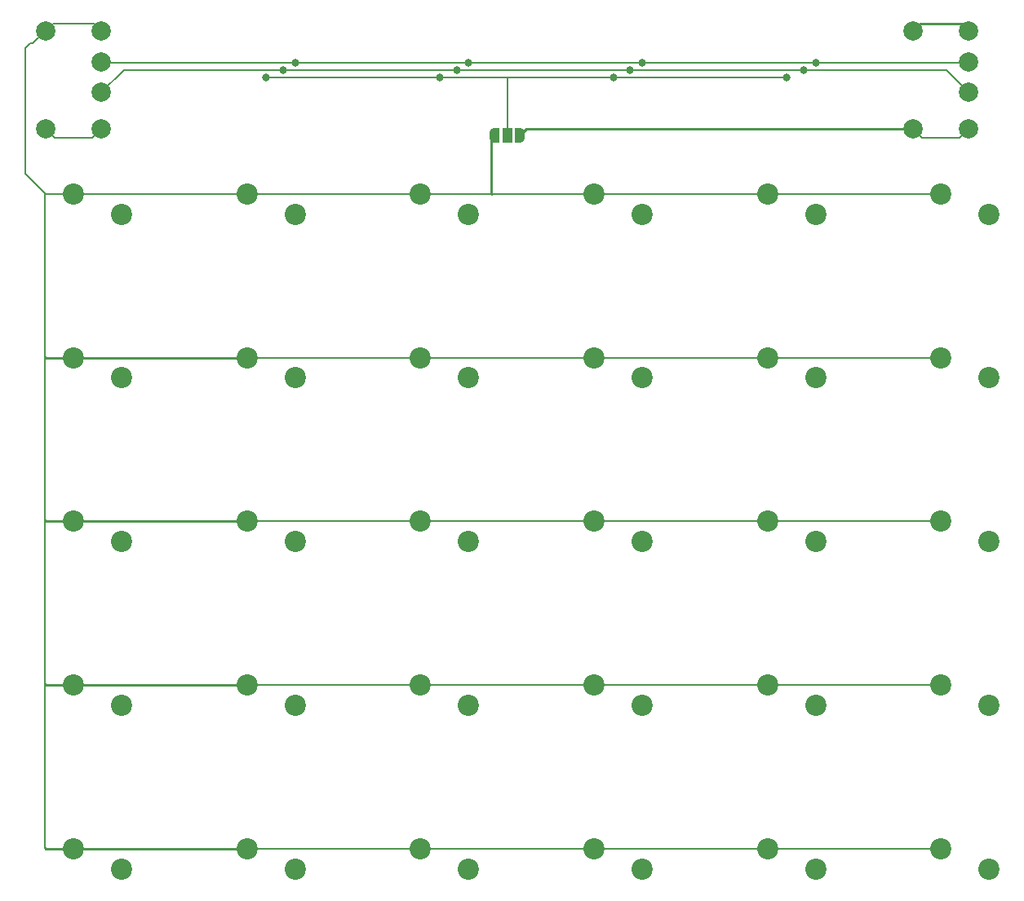
<source format=gbr>
%TF.GenerationSoftware,KiCad,Pcbnew,(6.0.4)*%
%TF.CreationDate,2022-04-25T23:47:20+01:00*%
%TF.ProjectId,pcb,7063622e-6b69-4636-9164-5f7063625858,1*%
%TF.SameCoordinates,Original*%
%TF.FileFunction,Copper,L2,Bot*%
%TF.FilePolarity,Positive*%
%FSLAX46Y46*%
G04 Gerber Fmt 4.6, Leading zero omitted, Abs format (unit mm)*
G04 Created by KiCad (PCBNEW (6.0.4)) date 2022-04-25 23:47:20*
%MOMM*%
%LPD*%
G01*
G04 APERTURE LIST*
G04 Aperture macros list*
%AMFreePoly0*
4,1,22,0.550000,-0.750000,0.000000,-0.750000,0.000000,-0.745033,-0.079941,-0.743568,-0.215256,-0.701293,-0.333266,-0.622738,-0.424486,-0.514219,-0.481581,-0.384460,-0.499164,-0.250000,-0.500000,-0.250000,-0.500000,0.250000,-0.499164,0.250000,-0.499963,0.256109,-0.478152,0.396186,-0.417904,0.524511,-0.324060,0.630769,-0.204165,0.706417,-0.067858,0.745374,0.000000,0.744959,0.000000,0.750000,
0.550000,0.750000,0.550000,-0.750000,0.550000,-0.750000,$1*%
%AMFreePoly1*
4,1,20,0.000000,0.744959,0.073905,0.744508,0.209726,0.703889,0.328688,0.626782,0.421226,0.519385,0.479903,0.390333,0.500000,0.250000,0.500000,-0.250000,0.499851,-0.262216,0.476331,-0.402017,0.414519,-0.529596,0.319384,-0.634700,0.198574,-0.708877,0.061801,-0.746166,0.000000,-0.745033,0.000000,-0.750000,-0.550000,-0.750000,-0.550000,0.750000,0.000000,0.750000,0.000000,0.744959,
0.000000,0.744959,$1*%
G04 Aperture macros list end*
%TA.AperFunction,ComponentPad*%
%ADD10C,2.200000*%
%TD*%
%TA.AperFunction,ComponentPad*%
%ADD11C,2.000000*%
%TD*%
%TA.AperFunction,SMDPad,CuDef*%
%ADD12FreePoly0,180.000000*%
%TD*%
%TA.AperFunction,SMDPad,CuDef*%
%ADD13R,1.000000X1.500000*%
%TD*%
%TA.AperFunction,SMDPad,CuDef*%
%ADD14FreePoly1,180.000000*%
%TD*%
%TA.AperFunction,ViaPad*%
%ADD15C,0.800000*%
%TD*%
%TA.AperFunction,Conductor*%
%ADD16C,0.250000*%
%TD*%
%TA.AperFunction,Conductor*%
%ADD17C,0.200000*%
%TD*%
G04 APERTURE END LIST*
D10*
%TO.P,B4,1,A*%
%TO.N,Earth*%
X36000000Y-164100000D03*
%TO.P,B4,2,B*%
%TO.N,Net-(B4-Pad2)*%
X41000000Y-166200000D03*
%TD*%
%TO.P,B0,1,A*%
%TO.N,Earth*%
X36000000Y-96100000D03*
%TO.P,B0,2,B*%
%TO.N,Net-(B0-Pad2)*%
X41000000Y-98200000D03*
%TD*%
%TO.P,B10,2,B*%
%TO.N,Net-(B10-Pad2)*%
X59000000Y-98200000D03*
%TO.P,B10,1,A*%
%TO.N,Earth*%
X54000000Y-96100000D03*
%TD*%
%TO.P,B16,2,B*%
%TO.N,Net-(B16-Pad2)*%
X77000000Y-98200000D03*
%TO.P,B16,1,A*%
%TO.N,Earth*%
X72000000Y-96100000D03*
%TD*%
D11*
%TO.P,U1,4,P4*%
%TO.N,+3V3*%
X33125000Y-89320000D03*
X38875000Y-89320000D03*
%TO.P,U1,3,P3*%
%TO.N,SDA*%
X38875000Y-85570000D03*
%TO.P,U1,2,P2*%
%TO.N,SCL*%
X38875000Y-82370000D03*
%TO.P,U1,1,P1*%
%TO.N,Earth*%
X38875000Y-79170000D03*
X33125000Y-79170000D03*
%TD*%
D10*
%TO.P,B26,1,A*%
%TO.N,Earth*%
X108000000Y-130100000D03*
%TO.P,B26,2,B*%
%TO.N,Net-(B26-Pad2)*%
X113000000Y-132200000D03*
%TD*%
D11*
%TO.P,U2,4,P4*%
%TO.N,+3V3*%
X128875000Y-89320000D03*
X123125000Y-89320000D03*
%TO.P,U2,3,P3*%
%TO.N,SDA*%
X128875000Y-85570000D03*
%TO.P,U2,2,P2*%
%TO.N,SCL*%
X128875000Y-82370000D03*
%TO.P,U2,1,P1*%
%TO.N,Earth*%
X128875000Y-79170000D03*
X123125000Y-79170000D03*
%TD*%
D10*
%TO.P,B6,1,A*%
%TO.N,Earth*%
X54000000Y-147100000D03*
%TO.P,B6,2,B*%
%TO.N,Net-(B6-Pad2)*%
X59000000Y-149200000D03*
%TD*%
%TO.P,B23,1,A*%
%TO.N,Earth*%
X108000000Y-164100000D03*
%TO.P,B23,2,B*%
%TO.N,Net-(B23-Pad2)*%
X113000000Y-166200000D03*
%TD*%
%TO.P,B25,2,B*%
%TO.N,Net-(B25-Pad2)*%
X95000000Y-98200000D03*
%TO.P,B25,1,A*%
%TO.N,Earth*%
X90000000Y-96100000D03*
%TD*%
%TO.P,B5,1,A*%
%TO.N,Earth*%
X54000000Y-164100000D03*
%TO.P,B5,2,B*%
%TO.N,Net-(B5-Pad2)*%
X59000000Y-166200000D03*
%TD*%
%TO.P,B32,1,A*%
%TO.N,Earth*%
X126000000Y-130100000D03*
%TO.P,B32,2,B*%
%TO.N,Net-(B32-Pad2)*%
X131000000Y-132200000D03*
%TD*%
%TO.P,B15,1,A*%
%TO.N,Earth*%
X72000000Y-113100000D03*
%TO.P,B15,2,B*%
%TO.N,Net-(B15-Pad2)*%
X77000000Y-115200000D03*
%TD*%
%TO.P,B13,1,A*%
%TO.N,Earth*%
X72000000Y-147100000D03*
%TO.P,B13,2,B*%
%TO.N,Net-(B13-Pad2)*%
X77000000Y-149200000D03*
%TD*%
%TO.P,B7,1,A*%
%TO.N,Earth*%
X54000000Y-130100000D03*
%TO.P,B7,2,B*%
%TO.N,Net-(B7-Pad2)*%
X59000000Y-132200000D03*
%TD*%
%TO.P,B20,1,A*%
%TO.N,Earth*%
X90000000Y-147100000D03*
%TO.P,B20,2,B*%
%TO.N,Net-(B20-Pad2)*%
X95000000Y-149200000D03*
%TD*%
%TO.P,B24,1,A*%
%TO.N,Earth*%
X108000000Y-147100000D03*
%TO.P,B24,2,B*%
%TO.N,Net-(B24-Pad2)*%
X113000000Y-149200000D03*
%TD*%
%TO.P,B27,1,A*%
%TO.N,Earth*%
X108000000Y-113100000D03*
%TO.P,B27,2,B*%
%TO.N,Net-(B27-Pad2)*%
X113000000Y-115200000D03*
%TD*%
%TO.P,B21,1,A*%
%TO.N,Earth*%
X90000000Y-130100000D03*
%TO.P,B21,2,B*%
%TO.N,Net-(B21-Pad2)*%
X95000000Y-132200000D03*
%TD*%
%TO.P,B22,1,A*%
%TO.N,Earth*%
X90000000Y-113100000D03*
%TO.P,B22,2,B*%
%TO.N,Net-(B22-Pad2)*%
X95000000Y-115200000D03*
%TD*%
%TO.P,B3,1,A*%
%TO.N,Earth*%
X36000000Y-147100000D03*
%TO.P,B3,2,B*%
%TO.N,Net-(B3-Pad2)*%
X41000000Y-149200000D03*
%TD*%
%TO.P,B2,1,A*%
%TO.N,Earth*%
X36000000Y-130100000D03*
%TO.P,B2,2,B*%
%TO.N,Net-(B2-Pad2)*%
X41000000Y-132200000D03*
%TD*%
%TO.P,B35,1,A*%
%TO.N,Earth*%
X126000000Y-96100000D03*
%TO.P,B35,2,B*%
%TO.N,Net-(B35-Pad2)*%
X131000000Y-98200000D03*
%TD*%
%TO.P,B12,1,A*%
%TO.N,Earth*%
X72000000Y-164100000D03*
%TO.P,B12,2,B*%
%TO.N,Net-(B12-Pad2)*%
X77000000Y-166200000D03*
%TD*%
%TO.P,B1,1,A*%
%TO.N,Earth*%
X36000000Y-113100000D03*
%TO.P,B1,2,B*%
%TO.N,Net-(B1-Pad2)*%
X41000000Y-115200000D03*
%TD*%
%TO.P,B17,1,A*%
%TO.N,Earth*%
X90000000Y-164100000D03*
%TO.P,B17,2,B*%
%TO.N,Net-(B17-Pad2)*%
X95000000Y-166200000D03*
%TD*%
%TO.P,B11,1,A*%
%TO.N,Earth*%
X54000000Y-113100000D03*
%TO.P,B11,2,B*%
%TO.N,Net-(B11-Pad2)*%
X59000000Y-115200000D03*
%TD*%
%TO.P,B31,1,A*%
%TO.N,Earth*%
X126000000Y-147100000D03*
%TO.P,B31,2,B*%
%TO.N,Net-(B31-Pad2)*%
X131000000Y-149200000D03*
%TD*%
%TO.P,B33,2,B*%
%TO.N,Net-(B33-Pad2)*%
X113000000Y-98200000D03*
%TO.P,B33,1,A*%
%TO.N,Earth*%
X108000000Y-96100000D03*
%TD*%
%TO.P,B14,1,A*%
%TO.N,Earth*%
X72000000Y-130100000D03*
%TO.P,B14,2,B*%
%TO.N,Net-(B14-Pad2)*%
X77000000Y-132200000D03*
%TD*%
%TO.P,B34,1,A*%
%TO.N,Earth*%
X126000000Y-113100000D03*
%TO.P,B34,2,B*%
%TO.N,Net-(B34-Pad2)*%
X131000000Y-115200000D03*
%TD*%
%TO.P,B30,1,A*%
%TO.N,Earth*%
X126000000Y-164100000D03*
%TO.P,B30,2,B*%
%TO.N,Net-(B30-Pad2)*%
X131000000Y-166200000D03*
%TD*%
D12*
%TO.P,Left/right selection,1,A*%
%TO.N,+3V3*%
X82300000Y-90000000D03*
D13*
%TO.P,Left/right selection,2,C*%
%TO.N,Net-(L0-Pad3)*%
X81000000Y-90000000D03*
D14*
%TO.P,Left/right selection,3,B*%
%TO.N,Earth*%
X79700000Y-90000000D03*
%TD*%
D15*
%TO.N,SCL*%
X59000000Y-82500000D03*
X95000000Y-82500000D03*
X77000000Y-82500000D03*
X113000000Y-82500000D03*
%TO.N,SDA*%
X75756725Y-83243275D03*
X93756725Y-83243275D03*
X57756725Y-83243275D03*
X111756725Y-83243275D03*
%TO.N,Net-(L0-Pad3)*%
X74000000Y-84000000D03*
X92000000Y-84000000D03*
X56000000Y-84000000D03*
X110000000Y-84000000D03*
%TD*%
D16*
%TO.N,Earth*%
X79377542Y-96069455D02*
X79408087Y-96100000D01*
X36000000Y-147100000D02*
X33100000Y-147100000D01*
D17*
X72000000Y-96100000D02*
X54000000Y-96100000D01*
X54000000Y-164100000D02*
X72000000Y-164100000D01*
D16*
X33100000Y-147100000D02*
X33000000Y-147000000D01*
X33100000Y-130100000D02*
X33000000Y-130000000D01*
D17*
X108000000Y-113100000D02*
X90000000Y-113100000D01*
X108000000Y-96100000D02*
X90000000Y-96100000D01*
X72000000Y-130100000D02*
X90000000Y-130100000D01*
X33886999Y-78408001D02*
X38113001Y-78408001D01*
X90000000Y-130100000D02*
X108000000Y-130100000D01*
X90000000Y-164100000D02*
X108000000Y-164100000D01*
X33125000Y-79170000D02*
X31795000Y-80500000D01*
D16*
X36000000Y-164100000D02*
X54000000Y-164100000D01*
D17*
X31500000Y-80500000D02*
X31000000Y-81000000D01*
X33000000Y-147000000D02*
X33000000Y-164000000D01*
D16*
X33100000Y-164100000D02*
X33000000Y-164000000D01*
D17*
X54000000Y-96100000D02*
X36000000Y-96100000D01*
X126000000Y-96100000D02*
X108000000Y-96100000D01*
X31000000Y-93000000D02*
X31000000Y-94000000D01*
D16*
X79377542Y-90322458D02*
X79377542Y-96069455D01*
D17*
X33000000Y-130000000D02*
X33000000Y-147000000D01*
X126000000Y-164100000D02*
X108000000Y-164100000D01*
X36000000Y-96100000D02*
X33100000Y-96100000D01*
D16*
X36000000Y-164100000D02*
X33100000Y-164100000D01*
D17*
X108000000Y-147100000D02*
X90000000Y-147100000D01*
D16*
X123125000Y-79170000D02*
X123886999Y-78408001D01*
X123886999Y-78408001D02*
X128113001Y-78408001D01*
D17*
X79408087Y-96100000D02*
X72000000Y-96100000D01*
X33125000Y-79170000D02*
X33886999Y-78408001D01*
X72000000Y-164100000D02*
X90000000Y-164100000D01*
X90000000Y-96100000D02*
X79408087Y-96100000D01*
X72000000Y-147100000D02*
X54000000Y-147100000D01*
D16*
X36000000Y-113100000D02*
X54000000Y-113100000D01*
D17*
X54000000Y-130100000D02*
X72000000Y-130100000D01*
X31000000Y-81000000D02*
X31000000Y-93000000D01*
X38113001Y-78408001D02*
X38875000Y-79170000D01*
X126000000Y-130100000D02*
X108000000Y-130100000D01*
X33100000Y-96100000D02*
X33000000Y-96000000D01*
X31795000Y-80500000D02*
X31500000Y-80500000D01*
X31000000Y-94000000D02*
X33000000Y-96000000D01*
D16*
X36000000Y-113100000D02*
X33100000Y-113100000D01*
X36000000Y-130100000D02*
X33100000Y-130100000D01*
X128113001Y-78408001D02*
X128875000Y-79170000D01*
D17*
X33000000Y-96000000D02*
X33000000Y-113000000D01*
D16*
X33100000Y-113100000D02*
X33000000Y-113000000D01*
D17*
X126000000Y-147100000D02*
X108000000Y-147100000D01*
X33000000Y-113000000D02*
X33000000Y-130000000D01*
X90000000Y-113100000D02*
X72000000Y-113100000D01*
X108000000Y-113100000D02*
X126000000Y-113100000D01*
D16*
X36000000Y-147100000D02*
X54000000Y-147100000D01*
D17*
X90000000Y-147100000D02*
X72000000Y-147100000D01*
X72000000Y-113100000D02*
X54000000Y-113100000D01*
D16*
X79700000Y-90000000D02*
X79377542Y-90322458D01*
X36000000Y-130100000D02*
X54000000Y-130100000D01*
%TO.N,+3V3*%
X82300000Y-90000000D02*
X82980000Y-89320000D01*
D17*
X33125000Y-89320000D02*
X34074521Y-90269521D01*
X128875000Y-89320000D02*
X127925479Y-90269521D01*
D16*
X82980000Y-89320000D02*
X123125000Y-89320000D01*
D17*
X34074521Y-90269521D02*
X37925479Y-90269521D01*
X37925479Y-90269521D02*
X38875000Y-89320000D01*
X124074521Y-90269521D02*
X123125000Y-89320000D01*
X127925479Y-90269521D02*
X124074521Y-90269521D01*
%TO.N,SCL*%
X95000000Y-82500000D02*
X113000000Y-82500000D01*
X113000000Y-82500000D02*
X128745000Y-82500000D01*
X38875000Y-82370000D02*
X39005000Y-82500000D01*
X128745000Y-82500000D02*
X128875000Y-82370000D01*
X77000000Y-82500000D02*
X95000000Y-82500000D01*
X59000000Y-82500000D02*
X77000000Y-82500000D01*
X39005000Y-82500000D02*
X59000000Y-82500000D01*
%TO.N,SDA*%
X126548275Y-83243275D02*
X128875000Y-85570000D01*
X75756725Y-83243275D02*
X93756725Y-83243275D01*
X93756725Y-83243275D02*
X111756725Y-83243275D01*
X41201725Y-83243275D02*
X57756725Y-83243275D01*
X38875000Y-85570000D02*
X41201725Y-83243275D01*
X111756725Y-83243275D02*
X126548275Y-83243275D01*
X57756725Y-83243275D02*
X75756725Y-83243275D01*
%TO.N,Net-(L0-Pad3)*%
X81000000Y-84000000D02*
X74000000Y-84000000D01*
X92000000Y-84000000D02*
X110000000Y-84000000D01*
X81000000Y-90000000D02*
X81000000Y-84000000D01*
X81000000Y-84000000D02*
X92000000Y-84000000D01*
X74000000Y-84000000D02*
X56000000Y-84000000D01*
%TD*%
M02*

</source>
